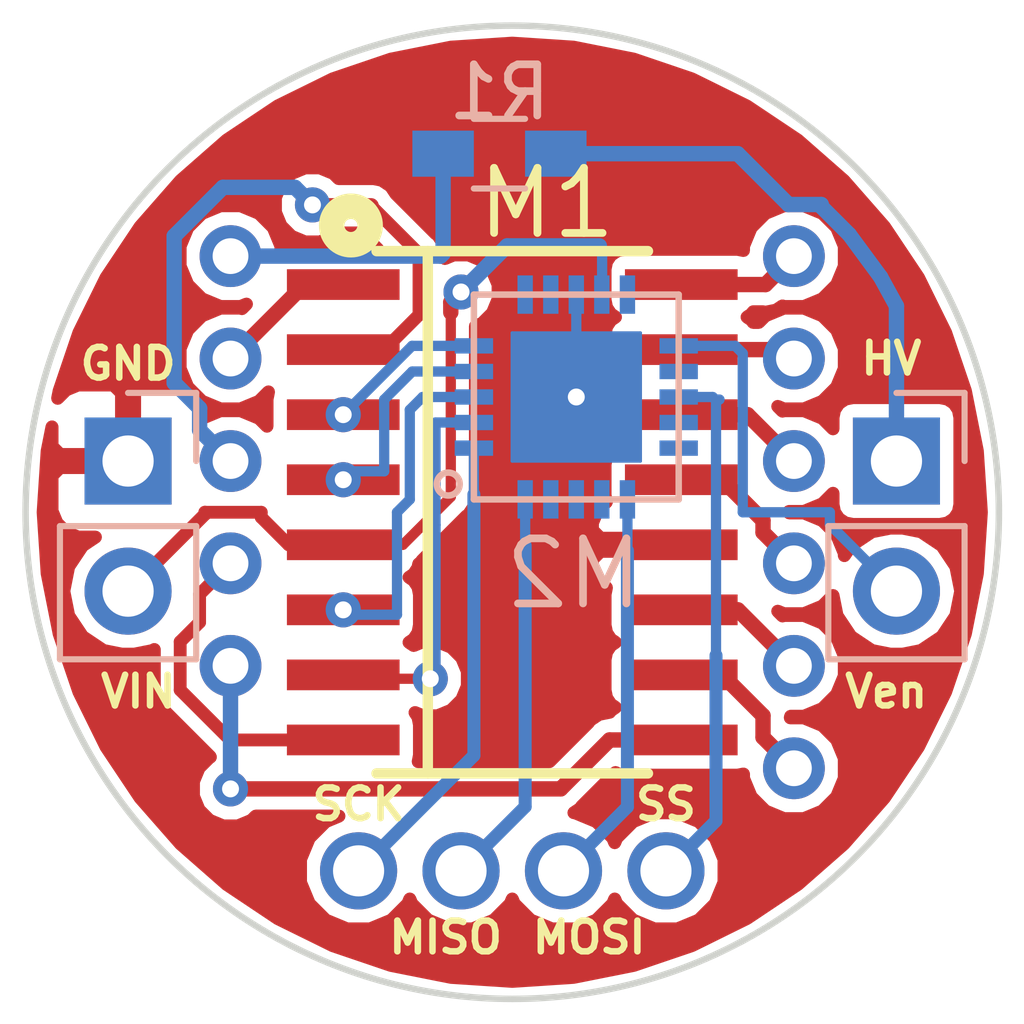
<source format=kicad_pcb>
(kicad_pcb (version 20171130) (host pcbnew "(5.0.0)")

  (general
    (thickness 1.6002)
    (drawings 6)
    (tracks 124)
    (zones 0)
    (modules 10)
    (nets 27)
  )

  (page A4)
  (layers
    (0 F.Cu signal)
    (31 B.Cu signal)
    (34 B.Paste user)
    (35 F.Paste user)
    (36 B.SilkS user)
    (37 F.SilkS user)
    (38 B.Mask user)
    (39 F.Mask user)
    (40 Dwgs.User user hide)
    (44 Edge.Cuts user)
    (45 Margin user)
    (46 B.CrtYd user)
    (47 F.CrtYd user)
  )

  (setup
    (last_trace_width 0.254)
    (user_trace_width 0.1524)
    (user_trace_width 0.2)
    (user_trace_width 0.25)
    (user_trace_width 0.3)
    (user_trace_width 0.4)
    (user_trace_width 0.5)
    (user_trace_width 0.6)
    (user_trace_width 0.8)
    (trace_clearance 0.254)
    (zone_clearance 0.1524)
    (zone_45_only no)
    (trace_min 0.1524)
    (segment_width 0.127)
    (edge_width 0.127)
    (via_size 0.6858)
    (via_drill 0.3302)
    (via_min_size 0.6858)
    (via_min_drill 0.3302)
    (uvia_size 0.508)
    (uvia_drill 0.127)
    (uvias_allowed no)
    (uvia_min_size 0.508)
    (uvia_min_drill 0.127)
    (pcb_text_width 0.127)
    (pcb_text_size 0.6 0.6)
    (mod_edge_width 0.127)
    (mod_text_size 0.6 0.6)
    (mod_text_width 0.127)
    (pad_size 1.524 1.524)
    (pad_drill 0.762)
    (pad_to_mask_clearance 0.05)
    (pad_to_paste_clearance -0.04)
    (aux_axis_origin 0 0)
    (visible_elements 7FFFFF7F)
    (pcbplotparams
      (layerselection 0x3ffff_80000001)
      (usegerberextensions true)
      (usegerberattributes true)
      (usegerberadvancedattributes false)
      (creategerberjobfile false)
      (excludeedgelayer true)
      (linewidth 0.127000)
      (plotframeref false)
      (viasonmask false)
      (mode 1)
      (useauxorigin false)
      (hpglpennumber 1)
      (hpglpenspeed 20)
      (hpglpendiameter 15.000000)
      (psnegative false)
      (psa4output false)
      (plotreference true)
      (plotvalue true)
      (plotinvisibletext false)
      (padsonsilk false)
      (subtractmaskfromsilk false)
      (outputformat 1)
      (mirror false)
      (drillshape 0)
      (scaleselection 1)
      (outputdirectory "CAM/"))
  )

  (net 0 "")
  (net 1 "Net-(M1-Pad1)")
  (net 2 "Net-(M1-Pad2)")
  (net 3 "Net-(M1-Pad3)")
  (net 4 "Net-(M1-Pad4)")
  (net 5 "Net-(M1-Pad6)")
  (net 6 "Net-(M1-Pad7)")
  (net 7 "Net-(M1-Pad8)")
  (net 8 "Net-(M1-Pad9)")
  (net 9 "Net-(M1-Pad10)")
  (net 10 "Net-(M1-Pad11)")
  (net 11 "Net-(M1-Pad13)")
  (net 12 "Net-(M1-Pad14)")
  (net 13 "Net-(M1-Pad15)")
  (net 14 "Net-(M1-Pad16)")
  (net 15 "Net-(M2-Pad1)")
  (net 16 "Net-(M2-Pad12)")
  (net 17 "Net-(M2-Pad13)")
  (net 18 "Net-(M2-Pad14)")
  (net 19 "Net-(M2-Pad15)")
  (net 20 "Net-(M2-Pad16)")
  (net 21 "Net-(M2-Pad20)")
  (net 22 GND)
  (net 23 VCC)
  (net 24 "Net-(NX1-PadA)")
  (net 25 "Net-(J1-Pad1)")
  (net 26 "Net-(J1-Pad2)")

  (net_class Default "Imperial - this is the standard class"
    (clearance 0.254)
    (trace_width 0.254)
    (via_dia 0.6858)
    (via_drill 0.3302)
    (uvia_dia 0.508)
    (uvia_drill 0.127)
    (add_net GND)
    (add_net "Net-(J1-Pad1)")
    (add_net "Net-(J1-Pad2)")
    (add_net "Net-(M1-Pad1)")
    (add_net "Net-(M1-Pad10)")
    (add_net "Net-(M1-Pad11)")
    (add_net "Net-(M1-Pad13)")
    (add_net "Net-(M1-Pad14)")
    (add_net "Net-(M1-Pad15)")
    (add_net "Net-(M1-Pad16)")
    (add_net "Net-(M1-Pad2)")
    (add_net "Net-(M1-Pad3)")
    (add_net "Net-(M1-Pad4)")
    (add_net "Net-(M1-Pad6)")
    (add_net "Net-(M1-Pad7)")
    (add_net "Net-(M1-Pad8)")
    (add_net "Net-(M1-Pad9)")
    (add_net "Net-(M2-Pad1)")
    (add_net "Net-(M2-Pad12)")
    (add_net "Net-(M2-Pad13)")
    (add_net "Net-(M2-Pad14)")
    (add_net "Net-(M2-Pad15)")
    (add_net "Net-(M2-Pad16)")
    (add_net "Net-(M2-Pad20)")
    (add_net "Net-(NX1-PadA)")
    (add_net VCC)
  )

  (net_class 0.2mm ""
    (clearance 0.2)
    (trace_width 0.2)
    (via_dia 0.6858)
    (via_drill 0.3302)
    (uvia_dia 0.508)
    (uvia_drill 0.127)
  )

  (net_class Minimal ""
    (clearance 0.1524)
    (trace_width 0.1524)
    (via_dia 0.6858)
    (via_drill 0.3302)
    (uvia_dia 0.508)
    (uvia_drill 0.127)
  )

  (module nixiemisc:nixiemisc-SOIC16-5.3MM (layer F.Cu) (tedit 5BBFF1F5) (tstamp 5BBD5B86)
    (at 140 100)
    (path /5BBD4849)
    (attr smd)
    (fp_text reference M1 (at 0.6731 -6.0325) (layer F.SilkS)
      (effects (font (size 1.27 1.27) (thickness 0.1524)))
    )
    (fp_text value 74141SOIC16 (at 0 0) (layer F.SilkS) hide
      (effects (font (size 1.27 1.27) (thickness 0.15)))
    )
    (fp_circle (center -3.1496 -5.59816) (end -3.1496 -5.72516) (layer F.SilkS) (width 0.49784))
    (fp_line (start -1.64846 5.09778) (end -2.64922 5.09778) (layer F.SilkS) (width 0.2032))
    (fp_line (start 2.64922 5.09778) (end -1.64846 5.09778) (layer F.SilkS) (width 0.2032))
    (fp_line (start -1.64846 5.09778) (end -1.64846 -5.09778) (layer F.SilkS) (width 0.2032))
    (fp_line (start -1.64846 -5.09778) (end 2.64922 -5.09778) (layer F.SilkS) (width 0.2032))
    (fp_line (start -2.64922 -5.09778) (end -1.64846 -5.09778) (layer F.SilkS) (width 0.2032))
    (fp_line (start 2.64922 -5.09778) (end 2.64922 5.09778) (layer Dwgs.User) (width 0.1905))
    (fp_line (start -2.64922 -5.09778) (end -2.64922 5.09778) (layer Dwgs.User) (width 0.1905))
    (fp_line (start 2.64922 4.19354) (end 2.64922 4.69392) (layer Dwgs.User) (width 0.06604))
    (fp_line (start 2.64922 4.69392) (end 3.8989 4.69392) (layer Dwgs.User) (width 0.06604))
    (fp_line (start 3.8989 4.19354) (end 3.8989 4.69392) (layer Dwgs.User) (width 0.06604))
    (fp_line (start 2.64922 4.19354) (end 3.8989 4.19354) (layer Dwgs.User) (width 0.06604))
    (fp_line (start -2.64922 4.69392) (end -2.64922 4.19354) (layer Dwgs.User) (width 0.06604))
    (fp_line (start -2.64922 4.19354) (end -3.8989 4.19354) (layer Dwgs.User) (width 0.06604))
    (fp_line (start -3.8989 4.69392) (end -3.8989 4.19354) (layer Dwgs.User) (width 0.06604))
    (fp_line (start -2.64922 4.69392) (end -3.8989 4.69392) (layer Dwgs.User) (width 0.06604))
    (fp_line (start -2.64922 3.42392) (end -2.64922 2.92354) (layer Dwgs.User) (width 0.06604))
    (fp_line (start -2.64922 2.92354) (end -3.8989 2.92354) (layer Dwgs.User) (width 0.06604))
    (fp_line (start -3.8989 3.42392) (end -3.8989 2.92354) (layer Dwgs.User) (width 0.06604))
    (fp_line (start -2.64922 3.42392) (end -3.8989 3.42392) (layer Dwgs.User) (width 0.06604))
    (fp_line (start -2.64922 2.15392) (end -2.64922 1.65354) (layer Dwgs.User) (width 0.06604))
    (fp_line (start -2.64922 1.65354) (end -3.8989 1.65354) (layer Dwgs.User) (width 0.06604))
    (fp_line (start -3.8989 2.15392) (end -3.8989 1.65354) (layer Dwgs.User) (width 0.06604))
    (fp_line (start -2.64922 2.15392) (end -3.8989 2.15392) (layer Dwgs.User) (width 0.06604))
    (fp_line (start -2.64922 0.88392) (end -2.64922 0.38354) (layer Dwgs.User) (width 0.06604))
    (fp_line (start -2.64922 0.38354) (end -3.8989 0.38354) (layer Dwgs.User) (width 0.06604))
    (fp_line (start -3.8989 0.88392) (end -3.8989 0.38354) (layer Dwgs.User) (width 0.06604))
    (fp_line (start -2.64922 0.88392) (end -3.8989 0.88392) (layer Dwgs.User) (width 0.06604))
    (fp_line (start -2.64922 -4.19354) (end -2.64922 -4.69392) (layer Dwgs.User) (width 0.06604))
    (fp_line (start -2.64922 -4.69392) (end -3.8989 -4.69392) (layer Dwgs.User) (width 0.06604))
    (fp_line (start -3.8989 -4.19354) (end -3.8989 -4.69392) (layer Dwgs.User) (width 0.06604))
    (fp_line (start -2.64922 -4.19354) (end -3.8989 -4.19354) (layer Dwgs.User) (width 0.06604))
    (fp_line (start -2.64922 -2.92354) (end -2.64922 -3.42392) (layer Dwgs.User) (width 0.06604))
    (fp_line (start -2.64922 -3.42392) (end -3.8989 -3.42392) (layer Dwgs.User) (width 0.06604))
    (fp_line (start -3.8989 -2.92354) (end -3.8989 -3.42392) (layer Dwgs.User) (width 0.06604))
    (fp_line (start -2.64922 -2.92354) (end -3.8989 -2.92354) (layer Dwgs.User) (width 0.06604))
    (fp_line (start -2.64922 -1.65354) (end -2.64922 -2.15392) (layer Dwgs.User) (width 0.06604))
    (fp_line (start -2.64922 -2.15392) (end -3.8989 -2.15392) (layer Dwgs.User) (width 0.06604))
    (fp_line (start -3.8989 -1.65354) (end -3.8989 -2.15392) (layer Dwgs.User) (width 0.06604))
    (fp_line (start -2.64922 -1.65354) (end -3.8989 -1.65354) (layer Dwgs.User) (width 0.06604))
    (fp_line (start -2.64922 -0.38354) (end -2.64922 -0.88392) (layer Dwgs.User) (width 0.06604))
    (fp_line (start -2.64922 -0.88392) (end -3.8989 -0.88392) (layer Dwgs.User) (width 0.06604))
    (fp_line (start -3.8989 -0.38354) (end -3.8989 -0.88392) (layer Dwgs.User) (width 0.06604))
    (fp_line (start -2.64922 -0.38354) (end -3.8989 -0.38354) (layer Dwgs.User) (width 0.06604))
    (fp_line (start 2.64922 2.92354) (end 2.64922 3.42392) (layer Dwgs.User) (width 0.06604))
    (fp_line (start 2.64922 3.42392) (end 3.8989 3.42392) (layer Dwgs.User) (width 0.06604))
    (fp_line (start 3.8989 2.92354) (end 3.8989 3.42392) (layer Dwgs.User) (width 0.06604))
    (fp_line (start 2.64922 2.92354) (end 3.8989 2.92354) (layer Dwgs.User) (width 0.06604))
    (fp_line (start 2.64922 1.65354) (end 2.64922 2.15392) (layer Dwgs.User) (width 0.06604))
    (fp_line (start 2.64922 2.15392) (end 3.8989 2.15392) (layer Dwgs.User) (width 0.06604))
    (fp_line (start 3.8989 1.65354) (end 3.8989 2.15392) (layer Dwgs.User) (width 0.06604))
    (fp_line (start 2.64922 1.65354) (end 3.8989 1.65354) (layer Dwgs.User) (width 0.06604))
    (fp_line (start 2.64922 0.38354) (end 2.64922 0.88392) (layer Dwgs.User) (width 0.06604))
    (fp_line (start 2.64922 0.88392) (end 3.8989 0.88392) (layer Dwgs.User) (width 0.06604))
    (fp_line (start 3.8989 0.38354) (end 3.8989 0.88392) (layer Dwgs.User) (width 0.06604))
    (fp_line (start 2.64922 0.38354) (end 3.8989 0.38354) (layer Dwgs.User) (width 0.06604))
    (fp_line (start 2.64922 -4.69392) (end 2.64922 -4.19354) (layer Dwgs.User) (width 0.06604))
    (fp_line (start 2.64922 -4.19354) (end 3.8989 -4.19354) (layer Dwgs.User) (width 0.06604))
    (fp_line (start 3.8989 -4.69392) (end 3.8989 -4.19354) (layer Dwgs.User) (width 0.06604))
    (fp_line (start 2.64922 -4.69392) (end 3.8989 -4.69392) (layer Dwgs.User) (width 0.06604))
    (fp_line (start 2.64922 -3.42392) (end 2.64922 -2.92354) (layer Dwgs.User) (width 0.06604))
    (fp_line (start 2.64922 -2.92354) (end 3.8989 -2.92354) (layer Dwgs.User) (width 0.06604))
    (fp_line (start 3.8989 -3.42392) (end 3.8989 -2.92354) (layer Dwgs.User) (width 0.06604))
    (fp_line (start 2.64922 -3.42392) (end 3.8989 -3.42392) (layer Dwgs.User) (width 0.06604))
    (fp_line (start 2.64922 -2.15392) (end 2.64922 -1.65354) (layer Dwgs.User) (width 0.06604))
    (fp_line (start 2.64922 -1.65354) (end 3.8989 -1.65354) (layer Dwgs.User) (width 0.06604))
    (fp_line (start 3.8989 -2.15392) (end 3.8989 -1.65354) (layer Dwgs.User) (width 0.06604))
    (fp_line (start 2.64922 -2.15392) (end 3.8989 -2.15392) (layer Dwgs.User) (width 0.06604))
    (fp_line (start 2.64922 -0.88392) (end 2.64922 -0.38354) (layer Dwgs.User) (width 0.06604))
    (fp_line (start 2.64922 -0.38354) (end 3.8989 -0.38354) (layer Dwgs.User) (width 0.06604))
    (fp_line (start 3.8989 -0.88392) (end 3.8989 -0.38354) (layer Dwgs.User) (width 0.06604))
    (fp_line (start 2.64922 -0.88392) (end 3.8989 -0.88392) (layer Dwgs.User) (width 0.06604))
    (pad 16 smd rect (at 3.29946 -4.445 270) (size 0.59944 2.19964) (layers F.Cu F.Paste F.Mask)
      (net 14 "Net-(M1-Pad16)"))
    (pad 15 smd rect (at 3.29946 -3.175 270) (size 0.59944 2.19964) (layers F.Cu F.Paste F.Mask)
      (net 13 "Net-(M1-Pad15)"))
    (pad 14 smd rect (at 3.29946 -1.905 270) (size 0.59944 2.19964) (layers F.Cu F.Paste F.Mask)
      (net 12 "Net-(M1-Pad14)"))
    (pad 13 smd rect (at 3.29946 -0.635 270) (size 0.59944 2.19964) (layers F.Cu F.Paste F.Mask)
      (net 11 "Net-(M1-Pad13)"))
    (pad 12 smd rect (at 3.29946 0.635 270) (size 0.59944 2.19964) (layers F.Cu F.Paste F.Mask)
      (net 22 GND))
    (pad 11 smd rect (at 3.29946 1.905 270) (size 0.59944 2.19964) (layers F.Cu F.Paste F.Mask)
      (net 10 "Net-(M1-Pad11)"))
    (pad 10 smd rect (at 3.29946 3.175 270) (size 0.59944 2.19964) (layers F.Cu F.Paste F.Mask)
      (net 9 "Net-(M1-Pad10)"))
    (pad 9 smd rect (at 3.29946 4.445 270) (size 0.59944 2.19964) (layers F.Cu F.Paste F.Mask)
      (net 8 "Net-(M1-Pad9)"))
    (pad 8 smd rect (at -3.29946 4.445 270) (size 0.59944 2.19964) (layers F.Cu F.Paste F.Mask)
      (net 7 "Net-(M1-Pad8)"))
    (pad 7 smd rect (at -3.29946 3.175 270) (size 0.59944 2.19964) (layers F.Cu F.Paste F.Mask)
      (net 6 "Net-(M1-Pad7)"))
    (pad 6 smd rect (at -3.29946 1.905 270) (size 0.59944 2.19964) (layers F.Cu F.Paste F.Mask)
      (net 5 "Net-(M1-Pad6)"))
    (pad 5 smd rect (at -3.29946 0.635 270) (size 0.59944 2.19964) (layers F.Cu F.Paste F.Mask)
      (net 23 VCC))
    (pad 4 smd rect (at -3.29946 -0.635 270) (size 0.59944 2.19964) (layers F.Cu F.Paste F.Mask)
      (net 4 "Net-(M1-Pad4)"))
    (pad 3 smd rect (at -3.29946 -1.905 270) (size 0.59944 2.19964) (layers F.Cu F.Paste F.Mask)
      (net 3 "Net-(M1-Pad3)"))
    (pad 2 smd rect (at -3.29946 -3.175 270) (size 0.59944 2.19964) (layers F.Cu F.Paste F.Mask)
      (net 2 "Net-(M1-Pad2)"))
    (pad 1 smd rect (at -3.29946 -4.445 270) (size 0.59944 2.19964) (layers F.Cu F.Paste F.Mask)
      (net 1 "Net-(M1-Pad1)"))
  )

  (module nixiemisc:nixiemisc-QFN20 (layer B.Cu) (tedit 5BC00B59) (tstamp 5BBD6E79)
    (at 141.25 97.75)
    (path /5BBD4D0E)
    (attr smd)
    (fp_text reference M2 (at -0.05 3.45) (layer B.SilkS)
      (effects (font (size 1.27 1.27) (thickness 0.15)) (justify mirror))
    )
    (fp_text value ATTINY84 (at 1.3081 -5.16382) (layer B.SilkS) hide
      (effects (font (size 1.27 1.27) (thickness 0.1016)) (justify mirror))
    )
    (fp_circle (center -2.49936 1.69926) (end -2.49936 1.92278) (layer B.SilkS) (width 0.127))
    (fp_line (start -1.99898 -1.99898) (end -1.99898 1.99898) (layer B.SilkS) (width 0.127))
    (fp_line (start 1.99898 -1.99898) (end -1.99898 -1.99898) (layer B.SilkS) (width 0.127))
    (fp_line (start 1.99898 1.99898) (end 1.99898 -1.99898) (layer B.SilkS) (width 0.127))
    (fp_line (start -1.99898 1.99898) (end 1.99898 1.99898) (layer B.SilkS) (width 0.127))
    (fp_line (start -1.19888 -1.19888) (end -1.19888 -0.39878) (layer B.Paste) (width 0.06604))
    (fp_line (start -1.19888 -0.39878) (end -0.39878 -0.39878) (layer B.Paste) (width 0.06604))
    (fp_line (start -0.39878 -1.19888) (end -0.39878 -0.39878) (layer B.Paste) (width 0.06604))
    (fp_line (start -1.19888 -1.19888) (end -0.39878 -1.19888) (layer B.Paste) (width 0.06604))
    (fp_line (start 0.39878 -1.19888) (end 0.39878 -0.39878) (layer B.Paste) (width 0.06604))
    (fp_line (start 0.39878 -0.39878) (end 1.19888 -0.39878) (layer B.Paste) (width 0.06604))
    (fp_line (start 1.19888 -1.19888) (end 1.19888 -0.39878) (layer B.Paste) (width 0.06604))
    (fp_line (start 0.39878 -1.19888) (end 1.19888 -1.19888) (layer B.Paste) (width 0.06604))
    (fp_line (start 0.39878 0.39878) (end 0.39878 1.19888) (layer B.Paste) (width 0.06604))
    (fp_line (start 0.39878 1.19888) (end 1.19888 1.19888) (layer B.Paste) (width 0.06604))
    (fp_line (start 1.19888 0.39878) (end 1.19888 1.19888) (layer B.Paste) (width 0.06604))
    (fp_line (start 0.39878 0.39878) (end 1.19888 0.39878) (layer B.Paste) (width 0.06604))
    (fp_line (start -1.19888 0.39878) (end -1.19888 1.19888) (layer B.Paste) (width 0.06604))
    (fp_line (start -1.19888 1.19888) (end -0.39878 1.19888) (layer B.Paste) (width 0.06604))
    (fp_line (start -0.39878 0.39878) (end -0.39878 1.19888) (layer B.Paste) (width 0.06604))
    (fp_line (start -1.19888 0.39878) (end -0.39878 0.39878) (layer B.Paste) (width 0.06604))
    (fp_line (start -1.29794 -1.29794) (end -1.29794 1.29794) (layer B.Mask) (width 0.06604))
    (fp_line (start -1.29794 1.29794) (end 1.29794 1.29794) (layer B.Mask) (width 0.06604))
    (fp_line (start 1.29794 -1.29794) (end 1.29794 1.29794) (layer B.Mask) (width 0.06604))
    (fp_line (start -1.29794 -1.29794) (end 1.29794 -1.29794) (layer B.Mask) (width 0.06604))
    (fp_line (start -1.24968 -1.24968) (end -1.24968 1.24968) (layer B.Cu) (width 0.06604))
    (fp_line (start -1.24968 1.24968) (end 1.24968 1.24968) (layer B.Cu) (width 0.06604))
    (fp_line (start 1.24968 -1.24968) (end 1.24968 1.24968) (layer B.Cu) (width 0.06604))
    (fp_line (start -1.24968 -1.24968) (end 1.24968 -1.24968) (layer B.Cu) (width 0.06604))
    (pad EXP smd rect (at 0 0) (size 2.49936 2.49936) (layers B.Cu B.Paste B.Mask)
      (net 22 GND))
    (pad 20 smd rect (at -0.99822 1.99898 90) (size 0.7493 0.29972) (layers B.Cu B.Paste B.Mask)
      (net 21 "Net-(M2-Pad20)"))
    (pad 19 smd rect (at -0.49784 1.99898 90) (size 0.7493 0.29972) (layers B.Cu B.Paste B.Mask))
    (pad 18 smd rect (at 0 1.99898 90) (size 0.7493 0.29972) (layers B.Cu B.Paste B.Mask))
    (pad 17 smd rect (at 0.49784 1.99898 90) (size 0.7493 0.29972) (layers B.Cu B.Paste B.Mask))
    (pad 16 smd rect (at 0.99822 1.99898 90) (size 0.7493 0.29972) (layers B.Cu B.Paste B.Mask)
      (net 20 "Net-(M2-Pad16)"))
    (pad 15 smd rect (at 1.99898 0.99822 180) (size 0.7493 0.29972) (layers B.Cu B.Paste B.Mask)
      (net 19 "Net-(M2-Pad15)"))
    (pad 14 smd rect (at 1.99898 0.49784 180) (size 0.7493 0.29972) (layers B.Cu B.Paste B.Mask)
      (net 18 "Net-(M2-Pad14)"))
    (pad 13 smd rect (at 1.99898 0 180) (size 0.7493 0.29972) (layers B.Cu B.Paste B.Mask)
      (net 17 "Net-(M2-Pad13)"))
    (pad 12 smd rect (at 1.99898 -0.49784 180) (size 0.7493 0.29972) (layers B.Cu B.Paste B.Mask)
      (net 16 "Net-(M2-Pad12)"))
    (pad 11 smd rect (at 1.99898 -0.99822 180) (size 0.7493 0.29972) (layers B.Cu B.Paste B.Mask)
      (net 26 "Net-(J1-Pad2)"))
    (pad 10 smd rect (at 0.99822 -1.99898 270) (size 0.7493 0.29972) (layers B.Cu B.Paste B.Mask))
    (pad 9 smd rect (at 0.49784 -1.99898 270) (size 0.7493 0.29972) (layers B.Cu B.Paste B.Mask)
      (net 23 VCC))
    (pad 8 smd rect (at 0 -1.99898 270) (size 0.7493 0.29972) (layers B.Cu B.Paste B.Mask)
      (net 22 GND))
    (pad 7 smd rect (at -0.49784 -1.99898 270) (size 0.7493 0.29972) (layers B.Cu B.Paste B.Mask))
    (pad 6 smd rect (at -0.99822 -1.99898 270) (size 0.7493 0.29972) (layers B.Cu B.Paste B.Mask))
    (pad 5 smd rect (at -1.99898 -0.99822) (size 0.7493 0.29972) (layers B.Cu B.Paste B.Mask)
      (net 3 "Net-(M1-Pad3)"))
    (pad 4 smd rect (at -1.99898 -0.49784) (size 0.7493 0.29972) (layers B.Cu B.Paste B.Mask)
      (net 4 "Net-(M1-Pad4)"))
    (pad 3 smd rect (at -1.99898 0) (size 0.7493 0.29972) (layers B.Cu B.Paste B.Mask)
      (net 5 "Net-(M1-Pad6)"))
    (pad 2 smd rect (at -1.99898 0.49784) (size 0.7493 0.29972) (layers B.Cu B.Paste B.Mask)
      (net 6 "Net-(M1-Pad7)"))
    (pad 1 smd rect (at -1.99898 0.99822) (size 0.7493 0.29972) (layers B.Cu B.Paste B.Mask)
      (net 15 "Net-(M2-Pad1)"))
  )

  (module mynixies:mynixies-ZM1232SPECIAL (layer F.Cu) (tedit 5BC0076E) (tstamp 5BBEA5BF)
    (at 139.9991 99.99872)
    (path /5BBE988D)
    (attr virtual)
    (fp_text reference NX1 (at 0 -7.99846) (layer F.SilkS) hide
      (effects (font (size 1.27 1.27) (thickness 0.1016)))
    )
    (fp_text value ZM1232SPECIAL (at 0 7.99846) (layer F.SilkS) hide
      (effects (font (size 1.27 1.27) (thickness 0.1016)))
    )
    (pad 0 thru_hole circle (at 5.4991 -4.99872) (size 1.2065 1.2065) (drill 0.6985) (layers *.Cu *.Paste *.Mask)
      (net 14 "Net-(M1-Pad16)"))
    (pad 1 thru_hole circle (at -5.4991 -2.99974) (size 1.2065 1.2065) (drill 0.6985) (layers *.Cu *.Paste *.Mask)
      (net 1 "Net-(M1-Pad1)"))
    (pad 2 thru_hole circle (at -5.4991 -0.99822) (size 1.2065 1.2065) (drill 0.6985) (layers *.Cu *.Paste *.Mask)
      (net 2 "Net-(M1-Pad2)"))
    (pad 3 thru_hole circle (at -5.4991 0.99822) (size 1.2065 1.2065) (drill 0.6985) (layers *.Cu *.Paste *.Mask)
      (net 7 "Net-(M1-Pad8)"))
    (pad 4 thru_hole circle (at -5.4991 2.99974) (size 1.2065 1.2065) (drill 0.6985) (layers *.Cu *.Paste *.Mask)
      (net 8 "Net-(M1-Pad9)"))
    (pad 5 thru_hole circle (at 5.4991 4.99872) (size 1.2065 1.2065) (drill 0.6985) (layers *.Cu *.Paste *.Mask)
      (net 9 "Net-(M1-Pad10)"))
    (pad 6 thru_hole circle (at 5.4991 2.99974) (size 1.2065 1.2065) (drill 0.6985) (layers *.Cu *.Paste *.Mask)
      (net 10 "Net-(M1-Pad11)"))
    (pad 7 thru_hole circle (at 5.4991 0.99822) (size 1.2065 1.2065) (drill 0.6985) (layers *.Cu *.Paste *.Mask)
      (net 11 "Net-(M1-Pad13)"))
    (pad 8 thru_hole circle (at 5.4991 -0.99822) (size 1.2065 1.2065) (drill 0.6985) (layers *.Cu *.Paste *.Mask)
      (net 12 "Net-(M1-Pad14)"))
    (pad 9 thru_hole circle (at 5.4991 -2.99974) (size 1.2065 1.2065) (drill 0.6985) (layers *.Cu *.Paste *.Mask)
      (net 13 "Net-(M1-Pad15)"))
    (pad A thru_hole circle (at -5.4991 -4.99872) (size 1.2065 1.2065) (drill 0.6985) (layers *.Cu *.Paste *.Mask)
      (net 24 "Net-(NX1-PadA)"))
  )

  (module Resistors_SMD:R_0603_HandSoldering (layer B.Cu) (tedit 58E0A804) (tstamp 5BBEA5D0)
    (at 139.75 93 180)
    (descr "Resistor SMD 0603, hand soldering")
    (tags "resistor 0603")
    (path /5BBEB195)
    (attr smd)
    (fp_text reference R1 (at 0 1.2 180) (layer B.SilkS)
      (effects (font (size 1 1) (thickness 0.15)) (justify mirror))
    )
    (fp_text value R_Small10K (at 0 -1.55 180) (layer B.Fab)
      (effects (font (size 1 1) (thickness 0.15)) (justify mirror))
    )
    (fp_line (start 1.95 -0.7) (end -1.96 -0.7) (layer B.CrtYd) (width 0.05))
    (fp_line (start 1.95 -0.7) (end 1.95 0.7) (layer B.CrtYd) (width 0.05))
    (fp_line (start -1.96 0.7) (end -1.96 -0.7) (layer B.CrtYd) (width 0.05))
    (fp_line (start -1.96 0.7) (end 1.95 0.7) (layer B.CrtYd) (width 0.05))
    (fp_line (start -0.5 0.68) (end 0.5 0.68) (layer B.SilkS) (width 0.12))
    (fp_line (start 0.5 -0.68) (end -0.5 -0.68) (layer B.SilkS) (width 0.12))
    (fp_line (start -0.8 0.4) (end 0.8 0.4) (layer B.Fab) (width 0.1))
    (fp_line (start 0.8 0.4) (end 0.8 -0.4) (layer B.Fab) (width 0.1))
    (fp_line (start 0.8 -0.4) (end -0.8 -0.4) (layer B.Fab) (width 0.1))
    (fp_line (start -0.8 -0.4) (end -0.8 0.4) (layer B.Fab) (width 0.1))
    (fp_text user %R (at 0 0 180) (layer B.Fab)
      (effects (font (size 0.4 0.4) (thickness 0.075)) (justify mirror))
    )
    (pad 2 smd rect (at 1.1 0 180) (size 1.2 0.9) (layers B.Cu B.Paste B.Mask)
      (net 24 "Net-(NX1-PadA)"))
    (pad 1 smd rect (at -1.1 0 180) (size 1.2 0.9) (layers B.Cu B.Paste B.Mask)
      (net 25 "Net-(J1-Pad1)"))
    (model ${KISYS3DMOD}/Resistors_SMD.3dshapes/R_0603.wrl
      (at (xyz 0 0 0))
      (scale (xyz 1 1 1))
      (rotate (xyz 0 0 0))
    )
  )

  (module nixiemisc:nixiemisc-PAD (layer F.Cu) (tedit 5BC00B4C) (tstamp 5BBEA5D5)
    (at 143 107)
    (path /5BBEF7CD)
    (attr virtual)
    (fp_text reference T5 (at 0 -1.905) (layer F.SilkS) hide
      (effects (font (size 0.8128 0.8128) (thickness 0.0762)))
    )
    (fp_text value SS (at 0 -1.3) (layer F.SilkS)
      (effects (font (size 0.6 0.6) (thickness 0.127)))
    )
    (pad P$1 thru_hole circle (at 0 0) (size 1.50622 1.50622) (drill 0.99822) (layers *.Cu *.Paste *.Mask)
      (net 17 "Net-(M2-Pad13)"))
  )

  (module nixiemisc:nixiemisc-PAD (layer F.Cu) (tedit 5BC00B44) (tstamp 5BBEA5DA)
    (at 141 107)
    (path /5BBEF799)
    (attr virtual)
    (fp_text reference T6 (at 0 -1.905) (layer F.SilkS) hide
      (effects (font (size 0.8128 0.8128) (thickness 0.0762)))
    )
    (fp_text value MOSI (at 0.5 1.3) (layer F.SilkS)
      (effects (font (size 0.6 0.6) (thickness 0.127)))
    )
    (pad P$1 thru_hole circle (at 0 0) (size 1.50622 1.50622) (drill 0.99822) (layers *.Cu *.Paste *.Mask)
      (net 20 "Net-(M2-Pad16)"))
  )

  (module nixiemisc:nixiemisc-PAD (layer F.Cu) (tedit 5BC00B3C) (tstamp 5BBEA5DF)
    (at 139 107)
    (path /5BBEF751)
    (attr virtual)
    (fp_text reference T7 (at 0 -1.905) (layer F.SilkS) hide
      (effects (font (size 0.8128 0.8128) (thickness 0.0762)))
    )
    (fp_text value MISO (at -0.3 1.3) (layer F.SilkS)
      (effects (font (size 0.6 0.6) (thickness 0.127)))
    )
    (pad P$1 thru_hole circle (at 0 0) (size 1.50622 1.50622) (drill 0.99822) (layers *.Cu *.Paste *.Mask)
      (net 21 "Net-(M2-Pad20)"))
  )

  (module nixiemisc:nixiemisc-PAD (layer F.Cu) (tedit 5BC00B33) (tstamp 5BBEA5E4)
    (at 137 107)
    (path /5BBEF6DE)
    (attr virtual)
    (fp_text reference T8 (at 0 -1.905) (layer F.SilkS) hide
      (effects (font (size 0.8128 0.8128) (thickness 0.0762)))
    )
    (fp_text value SCK (at 0 -1.3) (layer F.SilkS)
      (effects (font (size 0.6 0.6) (thickness 0.127)))
    )
    (pad P$1 thru_hole circle (at 0 0) (size 1.50622 1.50622) (drill 0.99822) (layers *.Cu *.Paste *.Mask)
      (net 15 "Net-(M2-Pad1)"))
  )

  (module Pin_Headers:Pin_Header_Straight_1x02_Pitch2.54mm (layer B.Cu) (tedit 5BBFF1E8) (tstamp 5BBFDB4D)
    (at 147.5 99 180)
    (descr "Through hole straight pin header, 1x02, 2.54mm pitch, single row")
    (tags "Through hole pin header THT 1x02 2.54mm single row")
    (path /5BBFEEC6)
    (fp_text reference J1 (at 0 2.33 180) (layer B.SilkS) hide
      (effects (font (size 1 1) (thickness 0.15)) (justify mirror))
    )
    (fp_text value Conn_01x02 (at 0 -4.87 180) (layer B.Fab)
      (effects (font (size 1 1) (thickness 0.15)) (justify mirror))
    )
    (fp_line (start -0.635 1.27) (end 1.27 1.27) (layer B.Fab) (width 0.1))
    (fp_line (start 1.27 1.27) (end 1.27 -3.81) (layer B.Fab) (width 0.1))
    (fp_line (start 1.27 -3.81) (end -1.27 -3.81) (layer B.Fab) (width 0.1))
    (fp_line (start -1.27 -3.81) (end -1.27 0.635) (layer B.Fab) (width 0.1))
    (fp_line (start -1.27 0.635) (end -0.635 1.27) (layer B.Fab) (width 0.1))
    (fp_line (start -1.33 -3.87) (end 1.33 -3.87) (layer B.SilkS) (width 0.12))
    (fp_line (start -1.33 -1.27) (end -1.33 -3.87) (layer B.SilkS) (width 0.12))
    (fp_line (start 1.33 -1.27) (end 1.33 -3.87) (layer B.SilkS) (width 0.12))
    (fp_line (start -1.33 -1.27) (end 1.33 -1.27) (layer B.SilkS) (width 0.12))
    (fp_line (start -1.33 0) (end -1.33 1.33) (layer B.SilkS) (width 0.12))
    (fp_line (start -1.33 1.33) (end 0 1.33) (layer B.SilkS) (width 0.12))
    (fp_line (start -1.8 1.8) (end -1.8 -4.35) (layer B.CrtYd) (width 0.05))
    (fp_line (start -1.8 -4.35) (end 1.8 -4.35) (layer B.CrtYd) (width 0.05))
    (fp_line (start 1.8 -4.35) (end 1.8 1.8) (layer B.CrtYd) (width 0.05))
    (fp_line (start 1.8 1.8) (end -1.8 1.8) (layer B.CrtYd) (width 0.05))
    (fp_text user %R (at 0 -1.27 90) (layer B.Fab)
      (effects (font (size 1 1) (thickness 0.15)) (justify mirror))
    )
    (pad 1 thru_hole rect (at 0 0 180) (size 1.7 1.7) (drill 1) (layers *.Cu *.Mask)
      (net 25 "Net-(J1-Pad1)"))
    (pad 2 thru_hole oval (at 0 -2.54 180) (size 1.7 1.7) (drill 1) (layers *.Cu *.Mask)
      (net 26 "Net-(J1-Pad2)"))
    (model ${KISYS3DMOD}/Pin_Headers.3dshapes/Pin_Header_Straight_1x02_Pitch2.54mm.wrl
      (at (xyz 0 0 0))
      (scale (xyz 1 1 1))
      (rotate (xyz 0 0 0))
    )
  )

  (module Pin_Headers:Pin_Header_Straight_1x02_Pitch2.54mm (layer B.Cu) (tedit 5BBFF1C9) (tstamp 5BBFF65C)
    (at 132.5 99 180)
    (descr "Through hole straight pin header, 1x02, 2.54mm pitch, single row")
    (tags "Through hole pin header THT 1x02 2.54mm single row")
    (path /5BBFEFAE)
    (fp_text reference J2 (at 0 2.33 180) (layer B.SilkS) hide
      (effects (font (size 1 1) (thickness 0.15)) (justify mirror))
    )
    (fp_text value Conn_01x02 (at 0 -4.87 180) (layer B.Fab)
      (effects (font (size 1 1) (thickness 0.15)) (justify mirror))
    )
    (fp_text user %R (at 0 -1.27 90) (layer B.Fab)
      (effects (font (size 1 1) (thickness 0.15)) (justify mirror))
    )
    (fp_line (start 1.8 1.8) (end -1.8 1.8) (layer B.CrtYd) (width 0.05))
    (fp_line (start 1.8 -4.35) (end 1.8 1.8) (layer B.CrtYd) (width 0.05))
    (fp_line (start -1.8 -4.35) (end 1.8 -4.35) (layer B.CrtYd) (width 0.05))
    (fp_line (start -1.8 1.8) (end -1.8 -4.35) (layer B.CrtYd) (width 0.05))
    (fp_line (start -1.33 1.33) (end 0 1.33) (layer B.SilkS) (width 0.12))
    (fp_line (start -1.33 0) (end -1.33 1.33) (layer B.SilkS) (width 0.12))
    (fp_line (start -1.33 -1.27) (end 1.33 -1.27) (layer B.SilkS) (width 0.12))
    (fp_line (start 1.33 -1.27) (end 1.33 -3.87) (layer B.SilkS) (width 0.12))
    (fp_line (start -1.33 -1.27) (end -1.33 -3.87) (layer B.SilkS) (width 0.12))
    (fp_line (start -1.33 -3.87) (end 1.33 -3.87) (layer B.SilkS) (width 0.12))
    (fp_line (start -1.27 0.635) (end -0.635 1.27) (layer B.Fab) (width 0.1))
    (fp_line (start -1.27 -3.81) (end -1.27 0.635) (layer B.Fab) (width 0.1))
    (fp_line (start 1.27 -3.81) (end -1.27 -3.81) (layer B.Fab) (width 0.1))
    (fp_line (start 1.27 1.27) (end 1.27 -3.81) (layer B.Fab) (width 0.1))
    (fp_line (start -0.635 1.27) (end 1.27 1.27) (layer B.Fab) (width 0.1))
    (pad 2 thru_hole oval (at 0 -2.54 180) (size 1.7 1.7) (drill 1) (layers *.Cu *.Mask)
      (net 23 VCC))
    (pad 1 thru_hole rect (at 0 0 180) (size 1.7 1.7) (drill 1) (layers *.Cu *.Mask)
      (net 22 GND))
    (model ${KISYS3DMOD}/Pin_Headers.3dshapes/Pin_Header_Straight_1x02_Pitch2.54mm.wrl
      (at (xyz 0 0 0))
      (scale (xyz 1 1 1))
      (rotate (xyz 0 0 0))
    )
  )

  (gr_circle (center 140 100) (end 150 100) (layer Dwgs.User) (width 0.127))
  (gr_text Ven (at 147.3 103.5) (layer F.SilkS)
    (effects (font (size 0.6 0.6) (thickness 0.127)))
  )
  (gr_text HV (at 147.4 97) (layer F.SilkS)
    (effects (font (size 0.6 0.6) (thickness 0.127)))
  )
  (gr_text VIN (at 132.7 103.5) (layer F.SilkS)
    (effects (font (size 0.6 0.6) (thickness 0.127)))
  )
  (gr_text GND (at 132.5 97.1) (layer F.SilkS)
    (effects (font (size 0.6 0.6) (thickness 0.127)))
  )
  (gr_circle (center 140 100) (end 149.5 100) (layer Edge.Cuts) (width 0.127))

  (segment (start 135.94398 95.555) (end 134.5 96.99898) (width 0.3) (layer F.Cu) (net 1))
  (segment (start 136.70054 95.555) (end 135.94398 95.555) (width 0.3) (layer F.Cu) (net 1))
  (segment (start 137.50064 96.825) (end 138.179361 96.146279) (width 0.25) (layer F.Cu) (net 2))
  (segment (start 136.70054 96.825) (end 137.50064 96.825) (width 0.25) (layer F.Cu) (net 2))
  (segment (start 138.179361 94.952079) (end 137.245031 94.017749) (width 0.25) (layer F.Cu) (net 2))
  (segment (start 138.179361 96.146279) (end 138.179361 94.952079) (width 0.25) (layer F.Cu) (net 2))
  (via (at 136.1 94) (size 0.6858) (drill 0.3302) (layers F.Cu B.Cu) (net 2))
  (segment (start 137.245031 94.017749) (end 136.117749 94.017749) (width 0.3) (layer F.Cu) (net 2))
  (segment (start 136.117749 94.017749) (end 136.1 94) (width 0.3) (layer F.Cu) (net 2))
  (segment (start 133.896751 98.397251) (end 134.5 99.0005) (width 0.3) (layer B.Cu) (net 2))
  (segment (start 136.1 94) (end 135.757101 93.657101) (width 0.3) (layer B.Cu) (net 2))
  (segment (start 134.352167 93.657101) (end 133.4 94.609268) (width 0.3) (layer B.Cu) (net 2))
  (segment (start 133.4 94.609268) (end 133.4 97.472798) (width 0.3) (layer B.Cu) (net 2))
  (segment (start 133.4 97.472798) (end 133.896751 97.969549) (width 0.3) (layer B.Cu) (net 2))
  (segment (start 135.757101 93.657101) (end 134.352167 93.657101) (width 0.3) (layer B.Cu) (net 2))
  (segment (start 133.896751 97.969549) (end 133.896751 98.397251) (width 0.3) (layer B.Cu) (net 2))
  (via (at 136.70054 98.095) (size 0.6858) (drill 0.3302) (layers F.Cu B.Cu) (net 3))
  (segment (start 139.25102 96.75178) (end 138.04376 96.75178) (width 0.2) (layer B.Cu) (net 3))
  (segment (start 138.04376 96.75178) (end 136.70054 98.095) (width 0.2) (layer B.Cu) (net 3))
  (segment (start 137.5 97.8) (end 137.5 99.2) (width 0.2) (layer B.Cu) (net 4))
  (segment (start 136.86554 99.2) (end 136.70054 99.365) (width 0.2) (layer B.Cu) (net 4))
  (segment (start 137.5 99.2) (end 136.86554 99.2) (width 0.2) (layer B.Cu) (net 4))
  (segment (start 138.04784 97.25216) (end 137.5 97.8) (width 0.2) (layer B.Cu) (net 4))
  (segment (start 139.25102 97.25216) (end 138.04784 97.25216) (width 0.2) (layer B.Cu) (net 4))
  (via (at 136.70054 99.365) (size 0.6858) (drill 0.3302) (layers F.Cu B.Cu) (net 4))
  (segment (start 139.25102 97.75) (end 138.25 97.75) (width 0.2) (layer B.Cu) (net 5))
  (segment (start 138.25 97.75) (end 138 98) (width 0.2) (layer B.Cu) (net 5))
  (segment (start 138 98) (end 138 99.75) (width 0.2) (layer B.Cu) (net 5))
  (segment (start 138 99.75) (end 137.75 100) (width 0.2) (layer B.Cu) (net 5))
  (segment (start 137.75 100) (end 137.75 102) (width 0.2) (layer B.Cu) (net 5))
  (segment (start 137.75 102) (end 136.79554 102) (width 0.2) (layer B.Cu) (net 5))
  (via (at 136.70054 101.905) (size 0.6858) (drill 0.3302) (layers F.Cu B.Cu) (net 5))
  (segment (start 136.79554 102) (end 136.70054 101.905) (width 0.2) (layer B.Cu) (net 5))
  (segment (start 139.25102 98.24784) (end 138.50216 98.24784) (width 0.2) (layer B.Cu) (net 6))
  (segment (start 138.50216 98.24784) (end 138.50216 100.24784) (width 0.2) (layer B.Cu) (net 6))
  (segment (start 138.50216 100.24784) (end 138.5 100.25) (width 0.2) (layer B.Cu) (net 6))
  (segment (start 136.77554 103.25) (end 136.70054 103.175) (width 0.2) (layer F.Cu) (net 6))
  (via (at 138.4 103.25) (size 0.6858) (drill 0.3302) (layers F.Cu B.Cu) (net 6))
  (segment (start 138.50216 103.14784) (end 138.4 103.25) (width 0.2) (layer B.Cu) (net 6))
  (segment (start 138.50216 100.24784) (end 138.50216 103.14784) (width 0.2) (layer B.Cu) (net 6))
  (segment (start 138.5 103.25) (end 138.4 103.25) (width 0.2) (layer F.Cu) (net 6))
  (segment (start 138.4 103.25) (end 136.77554 103.25) (width 0.2) (layer F.Cu) (net 6))
  (segment (start 133.896751 101.600189) (end 134.5 100.99694) (width 0.25) (layer F.Cu) (net 7))
  (segment (start 133.896751 102.147977) (end 133.896751 101.600189) (width 0.25) (layer F.Cu) (net 7))
  (segment (start 133.517749 102.526979) (end 133.896751 102.147977) (width 0.25) (layer F.Cu) (net 7))
  (segment (start 133.517749 103.469941) (end 133.517749 102.526979) (width 0.25) (layer F.Cu) (net 7))
  (segment (start 134.492808 104.445) (end 133.517749 103.469941) (width 0.25) (layer F.Cu) (net 7))
  (segment (start 136.70054 104.445) (end 134.492808 104.445) (width 0.25) (layer F.Cu) (net 7))
  (via (at 134.5 105.4) (size 0.6858) (drill 0.3302) (layers F.Cu B.Cu) (net 8))
  (segment (start 140.94464 105.4) (end 134.5 105.4) (width 0.3) (layer F.Cu) (net 8))
  (segment (start 143.29946 104.445) (end 141.89964 104.445) (width 0.3) (layer F.Cu) (net 8))
  (segment (start 141.89964 104.445) (end 140.94464 105.4) (width 0.3) (layer F.Cu) (net 8))
  (segment (start 134.5 105.4) (end 134.5 102.99846) (width 0.3) (layer B.Cu) (net 8))
  (segment (start 144.894951 104.394191) (end 145.4982 104.99744) (width 0.3) (layer F.Cu) (net 9))
  (segment (start 144.894951 103.970391) (end 144.894951 104.394191) (width 0.3) (layer F.Cu) (net 9))
  (segment (start 144.09956 103.175) (end 144.894951 103.970391) (width 0.3) (layer F.Cu) (net 9))
  (segment (start 143.29946 103.175) (end 144.09956 103.175) (width 0.3) (layer F.Cu) (net 9))
  (segment (start 144.40474 101.905) (end 145.4982 102.99846) (width 0.3) (layer F.Cu) (net 10))
  (segment (start 143.29946 101.905) (end 144.40474 101.905) (width 0.3) (layer F.Cu) (net 10))
  (segment (start 144.894951 100.393691) (end 145.4982 100.99694) (width 0.3) (layer F.Cu) (net 11))
  (segment (start 144.894951 100.160391) (end 144.894951 100.393691) (width 0.3) (layer F.Cu) (net 11))
  (segment (start 144.09956 99.365) (end 144.894951 100.160391) (width 0.3) (layer F.Cu) (net 11))
  (segment (start 143.29946 99.365) (end 144.09956 99.365) (width 0.3) (layer F.Cu) (net 11))
  (segment (start 144.5927 98.095) (end 145.4982 99.0005) (width 0.3) (layer F.Cu) (net 12))
  (segment (start 143.29946 98.095) (end 144.5927 98.095) (width 0.3) (layer F.Cu) (net 12))
  (segment (start 145.32422 96.825) (end 145.4982 96.99898) (width 0.3) (layer F.Cu) (net 13))
  (segment (start 143.29946 96.825) (end 145.32422 96.825) (width 0.3) (layer F.Cu) (net 13))
  (segment (start 144.9432 95.555) (end 145.4982 95) (width 0.3) (layer F.Cu) (net 14))
  (segment (start 143.29946 95.555) (end 144.9432 95.555) (width 0.3) (layer F.Cu) (net 14))
  (segment (start 139.25102 98.74822) (end 139.25102 99.65102) (width 0.2) (layer B.Cu) (net 15))
  (segment (start 139.25102 104.74898) (end 137 107) (width 0.254) (layer B.Cu) (net 15))
  (segment (start 139.25102 99.65102) (end 139.25102 104.74898) (width 0.254) (layer B.Cu) (net 15))
  (segment (start 143.24898 97.75) (end 143.912852 97.75) (width 0.2) (layer B.Cu) (net 17))
  (segment (start 143.912852 97.75) (end 143.962852 97.8) (width 0.2) (layer B.Cu) (net 17))
  (segment (start 143.962852 97.8) (end 144.04599 97.8) (width 0.2) (layer B.Cu) (net 17))
  (segment (start 143.962852 97.8) (end 143.977631 97.814779) (width 0.2) (layer B.Cu) (net 17))
  (segment (start 143.977631 97.814779) (end 143.977631 102.793494) (width 0.2) (layer B.Cu) (net 17))
  (segment (start 143.977631 106.022369) (end 143 107) (width 0.254) (layer B.Cu) (net 17))
  (segment (start 143.977631 102.793494) (end 143.977631 106.022369) (width 0.254) (layer B.Cu) (net 17))
  (segment (start 142.24822 99.74898) (end 142.24822 100.74822) (width 0.2) (layer B.Cu) (net 20))
  (segment (start 142.24822 105.75178) (end 141 107) (width 0.254) (layer B.Cu) (net 20))
  (segment (start 142.24822 100.74822) (end 142.24822 105.75178) (width 0.254) (layer B.Cu) (net 20))
  (segment (start 140.25178 99.74898) (end 140.25178 100.64822) (width 0.2) (layer B.Cu) (net 21))
  (segment (start 140.25178 105.74822) (end 139 107) (width 0.254) (layer B.Cu) (net 21))
  (segment (start 140.25178 100.64822) (end 140.25178 105.74822) (width 0.254) (layer B.Cu) (net 21))
  (segment (start 132.5 98.46) (end 132.5 98.5) (width 0.3) (layer F.Cu) (net 22))
  (via (at 141.25 97.75) (size 0.6858) (drill 0.3302) (layers F.Cu B.Cu) (net 22))
  (segment (start 141.25 95.757041) (end 141.243979 95.75102) (width 0.2) (layer B.Cu) (net 22))
  (segment (start 141.25 97.75) (end 141.25 95.757041) (width 0.2) (layer B.Cu) (net 22))
  (segment (start 135.635 100.635) (end 136.70054 100.635) (width 0.25) (layer F.Cu) (net 23))
  (segment (start 135.1 100.1) (end 135.635 100.635) (width 0.25) (layer F.Cu) (net 23))
  (segment (start 134 100) (end 135.1 100) (width 0.25) (layer F.Cu) (net 23))
  (segment (start 135.1 100) (end 135.1 100.1) (width 0.25) (layer F.Cu) (net 23))
  (segment (start 134 100.04) (end 132.5 101.54) (width 0.254) (layer F.Cu) (net 23))
  (segment (start 134 100) (end 134 100.04) (width 0.254) (layer F.Cu) (net 23))
  (segment (start 136.70054 100.635) (end 137.865 100.635) (width 0.2) (layer F.Cu) (net 23))
  (segment (start 137.865 100.635) (end 138.8 99.7) (width 0.2) (layer F.Cu) (net 23))
  (segment (start 141.753861 94.853861) (end 141.753861 95.75102) (width 0.2) (layer B.Cu) (net 23))
  (segment (start 141.7 94.8) (end 141.753861 94.853861) (width 0.2) (layer B.Cu) (net 23))
  (via (at 139 95.7) (size 0.6858) (drill 0.3302) (layers F.Cu B.Cu) (net 23))
  (segment (start 141.7 94.8) (end 139.9 94.8) (width 0.3) (layer B.Cu) (net 23))
  (segment (start 139.9 94.8) (end 139 95.7) (width 0.3) (layer B.Cu) (net 23))
  (segment (start 138.8 95.9) (end 138.8 96.1) (width 0.3) (layer F.Cu) (net 23))
  (segment (start 139 95.7) (end 138.8 95.9) (width 0.3) (layer F.Cu) (net 23))
  (segment (start 138.8 99.7) (end 138.8 96.1) (width 0.2) (layer F.Cu) (net 23))
  (segment (start 134.5 95) (end 134.6 95) (width 0.4) (layer B.Cu) (net 24))
  (segment (start 138.65 94.95) (end 138.65 93) (width 0.3) (layer B.Cu) (net 24))
  (segment (start 134.5 95) (end 138.6 95) (width 0.3) (layer B.Cu) (net 24))
  (segment (start 138.6 95) (end 138.65 94.95) (width 0.3) (layer B.Cu) (net 24))
  (segment (start 147.5 97.85) (end 147.5 99) (width 0.3) (layer B.Cu) (net 25))
  (segment (start 147.5 95.973072) (end 147.5 97.85) (width 0.3) (layer B.Cu) (net 25))
  (segment (start 147.191092 95.409385) (end 147.5 95.973072) (width 0.3) (layer B.Cu) (net 25))
  (segment (start 140.85 93) (end 144.4 93) (width 0.3) (layer B.Cu) (net 25))
  (segment (start 144.4 93) (end 145.392749 93.992749) (width 0.3) (layer B.Cu) (net 25))
  (segment (start 146.03235 93.992749) (end 146.03235 94.03235) (width 0.3) (layer B.Cu) (net 25))
  (segment (start 145.392749 93.992749) (end 146.03235 93.992749) (width 0.3) (layer B.Cu) (net 25))
  (segment (start 146.03235 94.03235) (end 146.579986 94.579986) (width 0.3) (layer B.Cu) (net 25))
  (segment (start 146.579986 94.579986) (end 147.191092 95.409385) (width 0.3) (layer B.Cu) (net 25))
  (segment (start 143.24898 96.75178) (end 144.35178 96.75178) (width 0.2) (layer B.Cu) (net 26))
  (segment (start 144.35178 96.75178) (end 144.5 96.9) (width 0.2) (layer B.Cu) (net 26))
  (segment (start 144.5 96.9) (end 144.5 100) (width 0.2) (layer B.Cu) (net 26))
  (segment (start 144.5 100) (end 146.2 100) (width 0.2) (layer B.Cu) (net 26))
  (segment (start 146.2 100.24) (end 147.5 101.54) (width 0.2) (layer B.Cu) (net 26))
  (segment (start 146.2 100) (end 146.2 100.24) (width 0.2) (layer B.Cu) (net 26))

  (zone (net 22) (net_name GND) (layer F.Cu) (tstamp 5BBFF19C) (hatch edge 0.508)
    (connect_pads (clearance 0.1524))
    (min_thickness 0.254)
    (fill yes (arc_segments 16) (thermal_gap 0.508) (thermal_bridge_width 0.508))
    (polygon
      (pts
        (xy 130 90) (xy 150 90) (xy 150 110) (xy 130 110)
      )
    )
    (filled_polygon
      (pts
        (xy 141.195241 90.92124) (xy 142.370032 91.154921) (xy 143.50427 91.539943) (xy 144.57855 92.069719) (xy 145.574489 92.735184)
        (xy 146.475048 93.524952) (xy 147.264816 94.425511) (xy 147.930281 95.42145) (xy 148.460057 96.49573) (xy 148.845079 97.629968)
        (xy 149.07876 98.804759) (xy 149.1571 100) (xy 149.07876 101.195241) (xy 148.845079 102.370032) (xy 148.460057 103.50427)
        (xy 147.930281 104.57855) (xy 147.264816 105.574489) (xy 146.475048 106.475048) (xy 145.574489 107.264816) (xy 144.57855 107.930281)
        (xy 143.50427 108.460057) (xy 142.370032 108.845079) (xy 141.195241 109.07876) (xy 140 109.1571) (xy 138.804759 109.07876)
        (xy 137.629968 108.845079) (xy 136.49573 108.460057) (xy 135.42145 107.930281) (xy 134.425511 107.264816) (xy 133.524952 106.475048)
        (xy 132.735184 105.574489) (xy 132.069719 104.57855) (xy 131.539943 103.50427) (xy 131.154921 102.370032) (xy 130.92124 101.195241)
        (xy 130.8429 100) (xy 130.889714 99.28575) (xy 131.015 99.28575) (xy 131.015 99.97631) (xy 131.111673 100.209699)
        (xy 131.290302 100.388327) (xy 131.523691 100.485) (xy 131.863179 100.485) (xy 131.612499 100.652499) (xy 131.340424 101.059688)
        (xy 131.244884 101.54) (xy 131.340424 102.020312) (xy 131.612499 102.427501) (xy 132.019688 102.699576) (xy 132.378761 102.771)
        (xy 132.621239 102.771) (xy 132.980312 102.699576) (xy 133.01175 102.67857) (xy 133.011749 103.420106) (xy 133.001836 103.469941)
        (xy 133.011749 103.519775) (xy 133.041108 103.667371) (xy 133.152943 103.834747) (xy 133.195196 103.862979) (xy 134.099771 104.767555)
        (xy 134.107454 104.779054) (xy 134.089944 104.786307) (xy 133.886307 104.989944) (xy 133.7761 105.256007) (xy 133.7761 105.543993)
        (xy 133.886307 105.810056) (xy 134.089944 106.013693) (xy 134.356007 106.1239) (xy 134.643993 106.1239) (xy 134.910056 106.013693)
        (xy 134.992749 105.931) (xy 136.617222 105.931) (xy 136.357578 106.038548) (xy 136.038548 106.357578) (xy 135.86589 106.774411)
        (xy 135.86589 107.225589) (xy 136.038548 107.642422) (xy 136.357578 107.961452) (xy 136.774411 108.13411) (xy 137.225589 108.13411)
        (xy 137.642422 107.961452) (xy 137.961452 107.642422) (xy 138 107.549359) (xy 138.038548 107.642422) (xy 138.357578 107.961452)
        (xy 138.774411 108.13411) (xy 139.225589 108.13411) (xy 139.642422 107.961452) (xy 139.961452 107.642422) (xy 140 107.549359)
        (xy 140.038548 107.642422) (xy 140.357578 107.961452) (xy 140.774411 108.13411) (xy 141.225589 108.13411) (xy 141.642422 107.961452)
        (xy 141.961452 107.642422) (xy 142 107.549359) (xy 142.038548 107.642422) (xy 142.357578 107.961452) (xy 142.774411 108.13411)
        (xy 143.225589 108.13411) (xy 143.642422 107.961452) (xy 143.961452 107.642422) (xy 144.13411 107.225589) (xy 144.13411 106.774411)
        (xy 143.961452 106.357578) (xy 143.642422 106.038548) (xy 143.225589 105.86589) (xy 142.774411 105.86589) (xy 142.357578 106.038548)
        (xy 142.038548 106.357578) (xy 142 106.450641) (xy 141.961452 106.357578) (xy 141.642422 106.038548) (xy 141.225589 105.86589)
        (xy 141.20316 105.86589) (xy 141.327469 105.782829) (xy 141.357092 105.738495) (xy 142.015609 105.079979) (xy 142.050981 105.103614)
        (xy 142.19964 105.133184) (xy 144.39928 105.133184) (xy 144.51395 105.110375) (xy 144.51395 105.19322) (xy 144.663793 105.554973)
        (xy 144.940667 105.831847) (xy 145.30242 105.98169) (xy 145.69398 105.98169) (xy 146.055733 105.831847) (xy 146.332607 105.554973)
        (xy 146.48245 105.19322) (xy 146.48245 104.80166) (xy 146.332607 104.439907) (xy 146.055733 104.163033) (xy 145.69398 104.01319)
        (xy 145.42784 104.01319) (xy 145.433903 103.98271) (xy 145.69398 103.98271) (xy 146.055733 103.832867) (xy 146.332607 103.555993)
        (xy 146.48245 103.19424) (xy 146.48245 102.80268) (xy 146.332607 102.440927) (xy 146.055733 102.164053) (xy 145.69398 102.01421)
        (xy 145.30242 102.01421) (xy 145.275888 102.0252) (xy 145.181996 101.931309) (xy 145.30242 101.98119) (xy 145.69398 101.98119)
        (xy 146.055733 101.831347) (xy 146.261839 101.625241) (xy 146.340424 102.020312) (xy 146.612499 102.427501) (xy 147.019688 102.699576)
        (xy 147.378761 102.771) (xy 147.621239 102.771) (xy 147.980312 102.699576) (xy 148.387501 102.427501) (xy 148.659576 102.020312)
        (xy 148.755116 101.54) (xy 148.659576 101.059688) (xy 148.387501 100.652499) (xy 147.980312 100.380424) (xy 147.621239 100.309)
        (xy 147.378761 100.309) (xy 147.019688 100.380424) (xy 146.612499 100.652499) (xy 146.48245 100.847131) (xy 146.48245 100.80116)
        (xy 146.332607 100.439407) (xy 146.055733 100.162533) (xy 145.69398 100.01269) (xy 145.406973 100.01269) (xy 145.401416 99.98475)
        (xy 145.69398 99.98475) (xy 146.055733 99.834907) (xy 146.261536 99.629104) (xy 146.261536 99.85) (xy 146.291106 99.998659)
        (xy 146.375314 100.124686) (xy 146.501341 100.208894) (xy 146.65 100.238464) (xy 148.35 100.238464) (xy 148.498659 100.208894)
        (xy 148.624686 100.124686) (xy 148.708894 99.998659) (xy 148.738464 99.85) (xy 148.738464 98.15) (xy 148.708894 98.001341)
        (xy 148.624686 97.875314) (xy 148.498659 97.791106) (xy 148.35 97.761536) (xy 146.65 97.761536) (xy 146.501341 97.791106)
        (xy 146.375314 97.875314) (xy 146.291106 98.001341) (xy 146.261536 98.15) (xy 146.261536 98.371896) (xy 146.055733 98.166093)
        (xy 145.69398 98.01625) (xy 145.30242 98.01625) (xy 145.275887 98.02724) (xy 145.181996 97.933349) (xy 145.30242 97.98323)
        (xy 145.69398 97.98323) (xy 146.055733 97.833387) (xy 146.332607 97.556513) (xy 146.48245 97.19476) (xy 146.48245 96.8032)
        (xy 146.332607 96.441447) (xy 146.055733 96.164573) (xy 145.69398 96.01473) (xy 145.30242 96.01473) (xy 144.940667 96.164573)
        (xy 144.81124 96.294) (xy 144.702969 96.294) (xy 144.673966 96.250594) (xy 144.58328 96.19) (xy 144.673966 96.129406)
        (xy 144.702969 96.086) (xy 144.89091 96.086) (xy 144.9432 96.096401) (xy 144.99549 96.086) (xy 144.995494 96.086)
        (xy 145.150386 96.05519) (xy 145.274107 95.972522) (xy 145.30242 95.98425) (xy 145.69398 95.98425) (xy 146.055733 95.834407)
        (xy 146.332607 95.557533) (xy 146.48245 95.19578) (xy 146.48245 94.80422) (xy 146.332607 94.442467) (xy 146.055733 94.165593)
        (xy 145.69398 94.01575) (xy 145.30242 94.01575) (xy 144.940667 94.165593) (xy 144.663793 94.442467) (xy 144.51395 94.80422)
        (xy 144.51395 94.889625) (xy 144.39928 94.866816) (xy 142.19964 94.866816) (xy 142.050981 94.896386) (xy 141.924954 94.980594)
        (xy 141.840746 95.106621) (xy 141.811176 95.25528) (xy 141.811176 95.85472) (xy 141.840746 96.003379) (xy 141.924954 96.129406)
        (xy 142.01564 96.19) (xy 141.924954 96.250594) (xy 141.840746 96.376621) (xy 141.811176 96.52528) (xy 141.811176 97.12472)
        (xy 141.840746 97.273379) (xy 141.924954 97.399406) (xy 142.01564 97.46) (xy 141.924954 97.520594) (xy 141.840746 97.646621)
        (xy 141.811176 97.79528) (xy 141.811176 98.39472) (xy 141.840746 98.543379) (xy 141.924954 98.669406) (xy 142.01564 98.73)
        (xy 141.924954 98.790594) (xy 141.840746 98.916621) (xy 141.811176 99.06528) (xy 141.811176 99.66472) (xy 141.837887 99.799007)
        (xy 141.661313 99.975582) (xy 141.56464 100.208971) (xy 141.56464 100.34925) (xy 141.72339 100.508) (xy 143.17246 100.508)
        (xy 143.17246 100.488) (xy 143.42646 100.488) (xy 143.42646 100.508) (xy 143.44646 100.508) (xy 143.44646 100.762)
        (xy 143.42646 100.762) (xy 143.42646 100.782) (xy 143.17246 100.782) (xy 143.17246 100.762) (xy 141.72339 100.762)
        (xy 141.56464 100.92075) (xy 141.56464 101.061029) (xy 141.661313 101.294418) (xy 141.837887 101.470993) (xy 141.811176 101.60528)
        (xy 141.811176 102.20472) (xy 141.840746 102.353379) (xy 141.924954 102.479406) (xy 142.01564 102.54) (xy 141.924954 102.600594)
        (xy 141.840746 102.726621) (xy 141.811176 102.87528) (xy 141.811176 103.47472) (xy 141.840746 103.623379) (xy 141.924954 103.749406)
        (xy 142.01564 103.81) (xy 141.924954 103.870594) (xy 141.902518 103.904172) (xy 141.89964 103.903599) (xy 141.84735 103.914)
        (xy 141.847346 103.914) (xy 141.692454 103.94481) (xy 141.516811 104.062171) (xy 141.48719 104.106502) (xy 140.724693 104.869)
        (xy 138.164103 104.869) (xy 138.188824 104.74472) (xy 138.188824 104.14528) (xy 138.159254 103.996621) (xy 138.101237 103.909792)
        (xy 138.256007 103.9739) (xy 138.543993 103.9739) (xy 138.810056 103.863693) (xy 139.013693 103.660056) (xy 139.1239 103.393993)
        (xy 139.1239 103.106007) (xy 139.013693 102.839944) (xy 138.810056 102.636307) (xy 138.543993 102.5261) (xy 138.256007 102.5261)
        (xy 138.075288 102.600956) (xy 138.075046 102.600594) (xy 137.98436 102.54) (xy 138.075046 102.479406) (xy 138.159254 102.353379)
        (xy 138.188824 102.20472) (xy 138.188824 101.60528) (xy 138.159254 101.456621) (xy 138.075046 101.330594) (xy 137.98436 101.27)
        (xy 138.075046 101.209406) (xy 138.159254 101.083379) (xy 138.174509 101.006685) (xy 138.211781 100.981781) (xy 138.238616 100.94162)
        (xy 139.106623 100.073614) (xy 139.146781 100.046781) (xy 139.173614 100.006623) (xy 139.173616 100.006621) (xy 139.253092 99.887677)
        (xy 139.262219 99.84179) (xy 139.281 99.747373) (xy 139.281 99.747369) (xy 139.290422 99.7) (xy 139.281 99.652631)
        (xy 139.281 96.36715) (xy 139.410056 96.313693) (xy 139.613693 96.110056) (xy 139.7239 95.843993) (xy 139.7239 95.556007)
        (xy 139.613693 95.289944) (xy 139.410056 95.086307) (xy 139.143993 94.9761) (xy 138.856007 94.9761) (xy 138.685361 95.046784)
        (xy 138.685361 95.001912) (xy 138.695274 94.952078) (xy 138.678314 94.866816) (xy 138.656002 94.754648) (xy 138.544167 94.587273)
        (xy 138.501916 94.559042) (xy 137.728678 93.785805) (xy 137.62786 93.63492) (xy 137.452217 93.517559) (xy 137.297325 93.486749)
        (xy 136.610498 93.486749) (xy 136.510056 93.386307) (xy 136.243993 93.2761) (xy 135.956007 93.2761) (xy 135.689944 93.386307)
        (xy 135.486307 93.589944) (xy 135.3761 93.856007) (xy 135.3761 94.143993) (xy 135.486307 94.410056) (xy 135.689944 94.613693)
        (xy 135.956007 94.7239) (xy 136.243993 94.7239) (xy 136.510056 94.613693) (xy 136.575 94.548749) (xy 137.06044 94.548749)
        (xy 137.378506 94.866816) (xy 135.60072 94.866816) (xy 135.48425 94.889983) (xy 135.48425 94.80422) (xy 135.334407 94.442467)
        (xy 135.057533 94.165593) (xy 134.69578 94.01575) (xy 134.30422 94.01575) (xy 133.942467 94.165593) (xy 133.665593 94.442467)
        (xy 133.51575 94.80422) (xy 133.51575 95.19578) (xy 133.665593 95.557533) (xy 133.942467 95.834407) (xy 134.30422 95.98425)
        (xy 134.69578 95.98425) (xy 134.811868 95.936165) (xy 134.722312 96.02572) (xy 134.69578 96.01473) (xy 134.30422 96.01473)
        (xy 133.942467 96.164573) (xy 133.665593 96.441447) (xy 133.51575 96.8032) (xy 133.51575 97.19476) (xy 133.665593 97.556513)
        (xy 133.942467 97.833387) (xy 134.30422 97.98323) (xy 134.69578 97.98323) (xy 135.057533 97.833387) (xy 135.241212 97.649708)
        (xy 135.212256 97.79528) (xy 135.212256 98.320816) (xy 135.057533 98.166093) (xy 134.69578 98.01625) (xy 134.30422 98.01625)
        (xy 133.985 98.148475) (xy 133.985 98.02369) (xy 133.888327 97.790301) (xy 133.709698 97.611673) (xy 133.476309 97.515)
        (xy 132.78575 97.515) (xy 132.627 97.67375) (xy 132.627 98.873) (xy 132.647 98.873) (xy 132.647 99.127)
        (xy 132.627 99.127) (xy 132.627 99.147) (xy 132.373 99.147) (xy 132.373 99.127) (xy 131.17375 99.127)
        (xy 131.015 99.28575) (xy 130.889714 99.28575) (xy 130.92124 98.804759) (xy 131.015 98.333397) (xy 131.015 98.71425)
        (xy 131.17375 98.873) (xy 132.373 98.873) (xy 132.373 97.67375) (xy 132.21425 97.515) (xy 131.523691 97.515)
        (xy 131.290302 97.611673) (xy 131.125848 97.776126) (xy 131.154921 97.629968) (xy 131.539943 96.49573) (xy 132.069719 95.42145)
        (xy 132.735184 94.425511) (xy 133.524952 93.524952) (xy 134.425511 92.735184) (xy 135.42145 92.069719) (xy 136.49573 91.539943)
        (xy 137.629968 91.154921) (xy 138.804759 90.92124) (xy 140 90.8429)
      )
    )
  )
)

</source>
